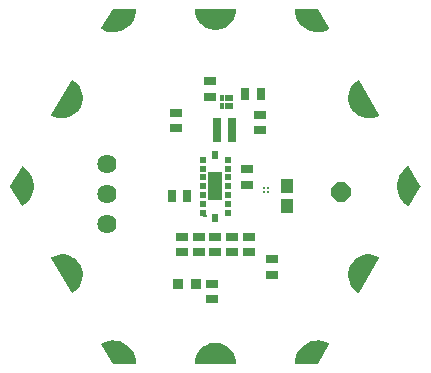
<source format=gbr>
G04 EAGLE Gerber RS-274X export*
G75*
%MOMM*%
%FSLAX34Y34*%
%LPD*%
%INSoldermask Top*%
%IPPOS*%
%AMOC8*
5,1,8,0,0,1.08239X$1,22.5*%
G01*
%ADD10R,1.001600X0.801600*%
%ADD11R,1.101600X1.201600*%
%ADD12R,0.901600X0.901600*%
%ADD13P,1.759533X8X22.500000*%
%ADD14C,1.625600*%
%ADD15R,0.301600X0.201600*%
%ADD16R,0.616600X0.601600*%
%ADD17R,0.601600X0.636600*%
%ADD18R,1.301600X2.417600*%
%ADD19R,0.801600X1.001600*%
%ADD20C,0.309600*%
%ADD21R,0.381600X0.631600*%
%ADD22C,1.101600*%

G36*
X17029Y319D02*
X17029Y319D01*
X17058Y317D01*
X17125Y339D01*
X17195Y353D01*
X17219Y369D01*
X17247Y378D01*
X17300Y425D01*
X17359Y465D01*
X17375Y490D01*
X17397Y509D01*
X17428Y573D01*
X17466Y633D01*
X17471Y662D01*
X17483Y688D01*
X17492Y787D01*
X17499Y829D01*
X17496Y840D01*
X17498Y854D01*
X17266Y3652D01*
X17256Y3685D01*
X17252Y3733D01*
X16563Y6455D01*
X16548Y6486D01*
X16536Y6533D01*
X15408Y9104D01*
X15388Y9132D01*
X15369Y9177D01*
X13833Y11527D01*
X13809Y11552D01*
X13783Y11592D01*
X11881Y13658D01*
X11853Y13678D01*
X11820Y13714D01*
X9605Y15438D01*
X9574Y15454D01*
X9536Y15483D01*
X7066Y16820D01*
X7033Y16830D01*
X6991Y16853D01*
X5805Y17260D01*
X4351Y17759D01*
X4335Y17765D01*
X4301Y17769D01*
X4255Y17785D01*
X1486Y18247D01*
X1451Y18246D01*
X1404Y18254D01*
X-1404Y18254D01*
X-1438Y18247D01*
X-1486Y18247D01*
X-4255Y17785D01*
X-4288Y17772D01*
X-4335Y17765D01*
X-6991Y16853D01*
X-7021Y16835D01*
X-7066Y16820D01*
X-9536Y15483D01*
X-9562Y15461D01*
X-9605Y15438D01*
X-11820Y13714D01*
X-11843Y13687D01*
X-11881Y13658D01*
X-13783Y11592D01*
X-13801Y11563D01*
X-13833Y11527D01*
X-15369Y9177D01*
X-15382Y9144D01*
X-15408Y9104D01*
X-16536Y6533D01*
X-16543Y6499D01*
X-16546Y6493D01*
X-16552Y6484D01*
X-16553Y6478D01*
X-16563Y6455D01*
X-17252Y3733D01*
X-17254Y3698D01*
X-17266Y3652D01*
X-17498Y854D01*
X-17494Y825D01*
X-17499Y796D01*
X-17483Y727D01*
X-17474Y656D01*
X-17460Y631D01*
X-17453Y603D01*
X-17411Y545D01*
X-17376Y484D01*
X-17352Y466D01*
X-17335Y442D01*
X-17274Y406D01*
X-17217Y363D01*
X-17189Y356D01*
X-17164Y341D01*
X-17066Y324D01*
X-17025Y314D01*
X-17014Y316D01*
X-17000Y313D01*
X17000Y313D01*
X17029Y319D01*
G37*
G36*
X1438Y283378D02*
X1438Y283378D01*
X1486Y283378D01*
X4255Y283840D01*
X4288Y283853D01*
X4335Y283861D01*
X6991Y284772D01*
X7021Y284790D01*
X7066Y284805D01*
X9536Y286142D01*
X9562Y286164D01*
X9605Y286187D01*
X11820Y287911D01*
X11843Y287938D01*
X11881Y287967D01*
X13783Y290033D01*
X13801Y290062D01*
X13833Y290098D01*
X15369Y292448D01*
X15382Y292481D01*
X15408Y292521D01*
X16536Y295092D01*
X16543Y295126D01*
X16563Y295170D01*
X17252Y297892D01*
X17254Y297927D01*
X17266Y297973D01*
X17498Y300771D01*
X17494Y300800D01*
X17499Y300829D01*
X17483Y300898D01*
X17474Y300969D01*
X17460Y300994D01*
X17453Y301022D01*
X17411Y301080D01*
X17376Y301141D01*
X17352Y301159D01*
X17335Y301183D01*
X17274Y301219D01*
X17217Y301262D01*
X17189Y301269D01*
X17164Y301284D01*
X17066Y301301D01*
X17025Y301311D01*
X17014Y301309D01*
X17000Y301312D01*
X-17000Y301312D01*
X-17029Y301306D01*
X-17058Y301308D01*
X-17125Y301286D01*
X-17195Y301272D01*
X-17219Y301256D01*
X-17247Y301247D01*
X-17300Y301200D01*
X-17359Y301160D01*
X-17375Y301135D01*
X-17397Y301116D01*
X-17428Y301052D01*
X-17466Y300992D01*
X-17471Y300963D01*
X-17483Y300937D01*
X-17492Y300838D01*
X-17499Y300796D01*
X-17496Y300785D01*
X-17498Y300771D01*
X-17266Y297973D01*
X-17256Y297940D01*
X-17252Y297892D01*
X-16563Y295170D01*
X-16548Y295139D01*
X-16536Y295092D01*
X-15408Y292521D01*
X-15388Y292493D01*
X-15369Y292448D01*
X-13833Y290098D01*
X-13809Y290073D01*
X-13783Y290033D01*
X-11881Y287967D01*
X-11853Y287947D01*
X-11820Y287911D01*
X-9605Y286187D01*
X-9574Y286171D01*
X-9536Y286142D01*
X-7066Y284805D01*
X-7033Y284795D01*
X-6991Y284772D01*
X-4335Y283861D01*
X-4301Y283856D01*
X-4255Y283840D01*
X-1486Y283378D01*
X-1451Y283379D01*
X-1404Y283371D01*
X1404Y283371D01*
X1438Y283378D01*
G37*
G36*
X-121393Y60622D02*
X-121393Y60622D01*
X-121322Y60619D01*
X-121295Y60630D01*
X-121266Y60632D01*
X-121176Y60674D01*
X-121136Y60689D01*
X-121128Y60697D01*
X-121115Y60702D01*
X-118812Y62302D01*
X-118788Y62327D01*
X-118748Y62354D01*
X-116739Y64311D01*
X-116720Y64340D01*
X-116685Y64374D01*
X-115026Y66634D01*
X-115011Y66666D01*
X-114982Y66705D01*
X-113718Y69208D01*
X-113709Y69241D01*
X-113687Y69284D01*
X-112851Y71961D01*
X-112848Y71996D01*
X-112833Y72042D01*
X-112450Y74820D01*
X-112452Y74855D01*
X-112446Y74902D01*
X-112525Y77706D01*
X-112533Y77740D01*
X-112534Y77788D01*
X-113073Y80540D01*
X-113087Y80572D01*
X-113096Y80619D01*
X-114081Y83245D01*
X-114096Y83270D01*
X-114101Y83289D01*
X-114109Y83300D01*
X-114116Y83319D01*
X-115520Y85747D01*
X-115543Y85773D01*
X-115567Y85815D01*
X-117351Y87979D01*
X-117378Y88000D01*
X-117409Y88038D01*
X-119525Y89878D01*
X-119555Y89895D01*
X-119591Y89927D01*
X-121982Y91394D01*
X-122014Y91406D01*
X-122055Y91431D01*
X-124654Y92485D01*
X-124688Y92491D01*
X-124733Y92509D01*
X-127470Y93121D01*
X-127505Y93122D01*
X-127552Y93132D01*
X-130352Y93285D01*
X-130386Y93280D01*
X-130434Y93283D01*
X-133222Y92972D01*
X-133255Y92962D01*
X-133303Y92956D01*
X-136001Y92191D01*
X-136031Y92176D01*
X-136078Y92162D01*
X-138613Y90964D01*
X-138637Y90946D01*
X-138664Y90936D01*
X-138716Y90887D01*
X-138773Y90845D01*
X-138787Y90820D01*
X-138809Y90800D01*
X-138837Y90734D01*
X-138873Y90673D01*
X-138876Y90644D01*
X-138888Y90617D01*
X-138889Y90546D01*
X-138898Y90476D01*
X-138890Y90448D01*
X-138890Y90418D01*
X-138856Y90326D01*
X-138844Y90284D01*
X-138837Y90276D01*
X-138832Y90263D01*
X-121832Y60863D01*
X-121813Y60841D01*
X-121800Y60814D01*
X-121747Y60767D01*
X-121700Y60714D01*
X-121674Y60701D01*
X-121652Y60682D01*
X-121585Y60659D01*
X-121521Y60628D01*
X-121492Y60627D01*
X-121464Y60617D01*
X-121393Y60622D01*
G37*
G36*
X130386Y208345D02*
X130386Y208345D01*
X130434Y208343D01*
X133222Y208653D01*
X133255Y208663D01*
X133303Y208669D01*
X136001Y209434D01*
X136031Y209450D01*
X136078Y209463D01*
X138613Y210661D01*
X138637Y210679D01*
X138664Y210689D01*
X138716Y210738D01*
X138773Y210780D01*
X138787Y210805D01*
X138809Y210825D01*
X138837Y210891D01*
X138873Y210952D01*
X138876Y210981D01*
X138888Y211008D01*
X138889Y211079D01*
X138898Y211149D01*
X138890Y211177D01*
X138890Y211207D01*
X138856Y211299D01*
X138844Y211341D01*
X138837Y211350D01*
X138832Y211362D01*
X121832Y240762D01*
X121813Y240784D01*
X121800Y240811D01*
X121747Y240858D01*
X121700Y240911D01*
X121674Y240924D01*
X121652Y240943D01*
X121585Y240966D01*
X121521Y240997D01*
X121492Y240998D01*
X121464Y241008D01*
X121393Y241003D01*
X121322Y241006D01*
X121295Y240995D01*
X121266Y240993D01*
X121176Y240951D01*
X121136Y240936D01*
X121128Y240929D01*
X121115Y240923D01*
X118812Y239323D01*
X118788Y239298D01*
X118748Y239271D01*
X116739Y237314D01*
X116720Y237285D01*
X116685Y237251D01*
X115026Y234991D01*
X115011Y234959D01*
X114982Y234920D01*
X113718Y232417D01*
X113709Y232384D01*
X113687Y232341D01*
X112851Y229664D01*
X112848Y229629D01*
X112833Y229583D01*
X112450Y226805D01*
X112452Y226770D01*
X112446Y226723D01*
X112525Y223919D01*
X112533Y223885D01*
X112534Y223837D01*
X113073Y221085D01*
X113087Y221053D01*
X113096Y221006D01*
X114081Y218380D01*
X114099Y218351D01*
X114116Y218306D01*
X115520Y215878D01*
X115543Y215852D01*
X115567Y215810D01*
X117351Y213646D01*
X117378Y213625D01*
X117409Y213587D01*
X119525Y211747D01*
X119555Y211730D01*
X119591Y211698D01*
X121982Y210231D01*
X122014Y210219D01*
X122055Y210194D01*
X124654Y209140D01*
X124688Y209134D01*
X124733Y209116D01*
X127470Y208504D01*
X127505Y208503D01*
X127552Y208493D01*
X130352Y208340D01*
X130386Y208345D01*
G37*
G36*
X121426Y60623D02*
X121426Y60623D01*
X121497Y60623D01*
X121524Y60634D01*
X121553Y60637D01*
X121615Y60672D01*
X121680Y60699D01*
X121701Y60720D01*
X121726Y60734D01*
X121789Y60811D01*
X121819Y60841D01*
X121823Y60852D01*
X121832Y60863D01*
X138832Y90263D01*
X138841Y90290D01*
X138858Y90314D01*
X138873Y90384D01*
X138895Y90451D01*
X138893Y90480D01*
X138899Y90509D01*
X138886Y90579D01*
X138880Y90649D01*
X138867Y90675D01*
X138861Y90704D01*
X138821Y90763D01*
X138789Y90826D01*
X138766Y90845D01*
X138750Y90869D01*
X138668Y90926D01*
X138635Y90953D01*
X138625Y90956D01*
X138613Y90964D01*
X136078Y92162D01*
X136044Y92171D01*
X136001Y92191D01*
X133303Y92956D01*
X133268Y92959D01*
X133222Y92972D01*
X130434Y93283D01*
X130400Y93279D01*
X130352Y93285D01*
X127552Y93132D01*
X127518Y93123D01*
X127470Y93121D01*
X124733Y92509D01*
X124701Y92495D01*
X124654Y92485D01*
X122055Y91431D01*
X122026Y91412D01*
X121982Y91394D01*
X119591Y89927D01*
X119566Y89903D01*
X119525Y89878D01*
X117409Y88038D01*
X117388Y88010D01*
X117351Y87979D01*
X115567Y85815D01*
X115551Y85784D01*
X115520Y85747D01*
X114116Y83319D01*
X114105Y83287D01*
X114098Y83274D01*
X114088Y83259D01*
X114088Y83257D01*
X114081Y83245D01*
X113096Y80619D01*
X113090Y80585D01*
X113073Y80540D01*
X112534Y77788D01*
X112534Y77753D01*
X112525Y77706D01*
X112446Y74902D01*
X112452Y74868D01*
X112450Y74820D01*
X112833Y72042D01*
X112845Y72009D01*
X112851Y71961D01*
X113687Y69284D01*
X113704Y69254D01*
X113718Y69208D01*
X114982Y66705D01*
X115004Y66677D01*
X115026Y66634D01*
X116685Y64374D01*
X116711Y64350D01*
X116739Y64311D01*
X118748Y62354D01*
X118777Y62336D01*
X118812Y62302D01*
X121115Y60702D01*
X121142Y60691D01*
X121165Y60672D01*
X121233Y60652D01*
X121298Y60624D01*
X121327Y60624D01*
X121355Y60615D01*
X121426Y60623D01*
G37*
G36*
X-127552Y208493D02*
X-127552Y208493D01*
X-127518Y208502D01*
X-127470Y208504D01*
X-124733Y209116D01*
X-124701Y209130D01*
X-124654Y209140D01*
X-122055Y210194D01*
X-122026Y210213D01*
X-121982Y210231D01*
X-119591Y211698D01*
X-119566Y211722D01*
X-119525Y211747D01*
X-117409Y213587D01*
X-117388Y213615D01*
X-117351Y213646D01*
X-115567Y215810D01*
X-115551Y215841D01*
X-115520Y215878D01*
X-114116Y218306D01*
X-114105Y218338D01*
X-114081Y218380D01*
X-113096Y221006D01*
X-113090Y221040D01*
X-113073Y221085D01*
X-112534Y223837D01*
X-112534Y223872D01*
X-112525Y223919D01*
X-112446Y226723D01*
X-112452Y226757D01*
X-112450Y226805D01*
X-112833Y229583D01*
X-112845Y229616D01*
X-112851Y229664D01*
X-113687Y232341D01*
X-113704Y232371D01*
X-113718Y232417D01*
X-114982Y234920D01*
X-115004Y234948D01*
X-115026Y234991D01*
X-116685Y237251D01*
X-116711Y237275D01*
X-116739Y237314D01*
X-118748Y239271D01*
X-118777Y239289D01*
X-118812Y239323D01*
X-121115Y240923D01*
X-121142Y240934D01*
X-121165Y240953D01*
X-121233Y240973D01*
X-121298Y241001D01*
X-121327Y241001D01*
X-121355Y241010D01*
X-121426Y241002D01*
X-121497Y241002D01*
X-121524Y240991D01*
X-121553Y240988D01*
X-121615Y240953D01*
X-121680Y240926D01*
X-121701Y240905D01*
X-121726Y240891D01*
X-121789Y240814D01*
X-121819Y240784D01*
X-121823Y240773D01*
X-121832Y240762D01*
X-138832Y211362D01*
X-138841Y211335D01*
X-138858Y211311D01*
X-138873Y211241D01*
X-138895Y211174D01*
X-138893Y211145D01*
X-138899Y211116D01*
X-138886Y211046D01*
X-138880Y210976D01*
X-138867Y210950D01*
X-138861Y210921D01*
X-138821Y210862D01*
X-138789Y210799D01*
X-138766Y210780D01*
X-138750Y210756D01*
X-138668Y210699D01*
X-138635Y210672D01*
X-138625Y210669D01*
X-138613Y210661D01*
X-136078Y209463D01*
X-136044Y209454D01*
X-136001Y209434D01*
X-133303Y208669D01*
X-133268Y208666D01*
X-133222Y208653D01*
X-130434Y208343D01*
X-130400Y208346D01*
X-130352Y208340D01*
X-127552Y208493D01*
G37*
G36*
X163727Y133823D02*
X163727Y133823D01*
X163798Y133823D01*
X163825Y133834D01*
X163854Y133837D01*
X163916Y133873D01*
X163981Y133900D01*
X164002Y133921D01*
X164027Y133935D01*
X164090Y134012D01*
X164120Y134043D01*
X164124Y134053D01*
X164133Y134063D01*
X173633Y150563D01*
X173643Y150595D01*
X173652Y150608D01*
X173656Y150633D01*
X173657Y150636D01*
X173688Y150707D01*
X173688Y150730D01*
X173696Y150752D01*
X173690Y150829D01*
X173691Y150906D01*
X173681Y150930D01*
X173680Y150950D01*
X173659Y150990D01*
X173633Y151062D01*
X164133Y167562D01*
X164114Y167583D01*
X164101Y167610D01*
X164048Y167657D01*
X164001Y167711D01*
X163975Y167723D01*
X163954Y167743D01*
X163886Y167766D01*
X163822Y167797D01*
X163793Y167798D01*
X163766Y167807D01*
X163694Y167803D01*
X163623Y167806D01*
X163596Y167796D01*
X163567Y167794D01*
X163477Y167751D01*
X163437Y167737D01*
X163429Y167729D01*
X163416Y167723D01*
X160893Y165982D01*
X160869Y165957D01*
X160831Y165931D01*
X158619Y163807D01*
X158600Y163779D01*
X158566Y163747D01*
X156724Y161295D01*
X156710Y161265D01*
X156681Y161227D01*
X155256Y158512D01*
X155247Y158481D01*
X155231Y158456D01*
X155230Y158448D01*
X155225Y158439D01*
X154254Y155530D01*
X154250Y155496D01*
X154235Y155452D01*
X153743Y152426D01*
X153744Y152392D01*
X153736Y152346D01*
X153736Y149279D01*
X153737Y149276D01*
X153737Y149273D01*
X153743Y149247D01*
X153743Y149246D01*
X153743Y149199D01*
X154235Y146173D01*
X154247Y146141D01*
X154254Y146095D01*
X155225Y143186D01*
X155242Y143157D01*
X155256Y143113D01*
X156681Y140398D01*
X156703Y140371D01*
X156724Y140330D01*
X158566Y137878D01*
X158591Y137856D01*
X158619Y137818D01*
X160831Y135694D01*
X160859Y135676D01*
X160893Y135643D01*
X163416Y133902D01*
X163443Y133890D01*
X163465Y133872D01*
X163534Y133852D01*
X163599Y133824D01*
X163628Y133823D01*
X163656Y133815D01*
X163727Y133823D01*
G37*
G36*
X-163694Y133822D02*
X-163694Y133822D01*
X-163623Y133819D01*
X-163596Y133829D01*
X-163567Y133831D01*
X-163477Y133874D01*
X-163437Y133888D01*
X-163429Y133896D01*
X-163416Y133902D01*
X-160893Y135643D01*
X-160869Y135668D01*
X-160831Y135694D01*
X-158619Y137818D01*
X-158600Y137846D01*
X-158566Y137878D01*
X-156724Y140330D01*
X-156710Y140360D01*
X-156681Y140398D01*
X-155256Y143113D01*
X-155247Y143145D01*
X-155225Y143186D01*
X-154254Y146095D01*
X-154250Y146129D01*
X-154235Y146173D01*
X-153743Y149199D01*
X-153744Y149233D01*
X-153736Y149279D01*
X-153736Y152346D01*
X-153743Y152379D01*
X-153743Y152426D01*
X-154235Y155452D01*
X-154247Y155484D01*
X-154254Y155530D01*
X-155225Y158439D01*
X-155238Y158462D01*
X-155244Y158486D01*
X-155251Y158495D01*
X-155256Y158512D01*
X-156681Y161227D01*
X-156703Y161254D01*
X-156724Y161295D01*
X-158566Y163747D01*
X-158591Y163769D01*
X-158619Y163807D01*
X-160831Y165931D01*
X-160859Y165949D01*
X-160893Y165982D01*
X-163416Y167723D01*
X-163443Y167735D01*
X-163465Y167753D01*
X-163534Y167774D01*
X-163599Y167801D01*
X-163628Y167802D01*
X-163656Y167810D01*
X-163727Y167802D01*
X-163798Y167802D01*
X-163825Y167791D01*
X-163854Y167788D01*
X-163916Y167753D01*
X-163981Y167725D01*
X-164002Y167704D01*
X-164027Y167690D01*
X-164090Y167613D01*
X-164120Y167582D01*
X-164124Y167572D01*
X-164133Y167562D01*
X-173633Y151062D01*
X-173657Y150989D01*
X-173688Y150918D01*
X-173688Y150895D01*
X-173696Y150873D01*
X-173690Y150796D01*
X-173691Y150719D01*
X-173681Y150695D01*
X-173680Y150675D01*
X-173659Y150635D01*
X-173640Y150583D01*
X-173639Y150578D01*
X-173637Y150576D01*
X-173633Y150563D01*
X-164133Y134063D01*
X-164114Y134042D01*
X-164101Y134015D01*
X-164048Y133968D01*
X-164001Y133914D01*
X-163975Y133902D01*
X-163954Y133882D01*
X-163886Y133859D01*
X-163822Y133828D01*
X-163793Y133827D01*
X-163766Y133818D01*
X-163694Y133822D01*
G37*
G36*
X86676Y329D02*
X86676Y329D01*
X86754Y337D01*
X86773Y348D01*
X86795Y353D01*
X86859Y397D01*
X86927Y435D01*
X86943Y454D01*
X86959Y465D01*
X86983Y503D01*
X87033Y563D01*
X96533Y17063D01*
X96542Y17091D01*
X96558Y17114D01*
X96573Y17184D01*
X96596Y17252D01*
X96593Y17281D01*
X96599Y17309D01*
X96586Y17379D01*
X96580Y17450D01*
X96567Y17476D01*
X96561Y17504D01*
X96521Y17563D01*
X96488Y17627D01*
X96466Y17645D01*
X96450Y17669D01*
X96367Y17726D01*
X96335Y17753D01*
X96324Y17756D01*
X96314Y17764D01*
X93548Y19072D01*
X93515Y19080D01*
X93472Y19101D01*
X90532Y19948D01*
X90498Y19951D01*
X90454Y19964D01*
X87416Y20330D01*
X87382Y20327D01*
X87335Y20333D01*
X84278Y20206D01*
X84245Y20198D01*
X84198Y20196D01*
X81201Y19580D01*
X81170Y19567D01*
X81124Y19558D01*
X78264Y18470D01*
X78236Y18451D01*
X78192Y18435D01*
X75544Y16902D01*
X75518Y16879D01*
X75478Y16856D01*
X73110Y14918D01*
X73088Y14892D01*
X73052Y14862D01*
X71025Y12570D01*
X71009Y12540D01*
X70977Y12505D01*
X69345Y9917D01*
X69333Y9886D01*
X69308Y9846D01*
X68112Y7030D01*
X68105Y6996D01*
X68102Y6990D01*
X68098Y6983D01*
X68097Y6978D01*
X68086Y6953D01*
X67358Y3982D01*
X67356Y3948D01*
X67345Y3902D01*
X67102Y852D01*
X67106Y824D01*
X67101Y796D01*
X67118Y726D01*
X67126Y655D01*
X67141Y630D01*
X67147Y603D01*
X67190Y545D01*
X67226Y482D01*
X67248Y465D01*
X67265Y442D01*
X67327Y406D01*
X67384Y362D01*
X67412Y355D01*
X67436Y341D01*
X67536Y324D01*
X67577Y314D01*
X67587Y315D01*
X67600Y313D01*
X86600Y313D01*
X86676Y329D01*
G37*
G36*
X87369Y281298D02*
X87369Y281298D01*
X87416Y281295D01*
X90454Y281661D01*
X90486Y281671D01*
X90532Y281677D01*
X93472Y282524D01*
X93502Y282540D01*
X93548Y282553D01*
X96314Y283861D01*
X96336Y283878D01*
X96363Y283888D01*
X96415Y283937D01*
X96473Y283980D01*
X96487Y284005D01*
X96508Y284025D01*
X96537Y284090D01*
X96573Y284152D01*
X96576Y284181D01*
X96588Y284207D01*
X96589Y284279D01*
X96598Y284349D01*
X96590Y284377D01*
X96591Y284406D01*
X96555Y284500D01*
X96544Y284541D01*
X96537Y284549D01*
X96533Y284562D01*
X87033Y301062D01*
X86981Y301120D01*
X86935Y301183D01*
X86916Y301194D01*
X86901Y301211D01*
X86831Y301244D01*
X86764Y301284D01*
X86740Y301288D01*
X86722Y301297D01*
X86677Y301299D01*
X86600Y301312D01*
X67600Y301312D01*
X67572Y301306D01*
X67544Y301309D01*
X67476Y301286D01*
X67405Y301272D01*
X67382Y301256D01*
X67355Y301247D01*
X67300Y301200D01*
X67241Y301160D01*
X67226Y301136D01*
X67205Y301117D01*
X67173Y301053D01*
X67134Y300992D01*
X67129Y300964D01*
X67117Y300939D01*
X67108Y300837D01*
X67101Y300796D01*
X67103Y300786D01*
X67102Y300773D01*
X67345Y297723D01*
X67354Y297690D01*
X67358Y297643D01*
X68086Y294672D01*
X68101Y294641D01*
X68112Y294595D01*
X69308Y291779D01*
X69327Y291751D01*
X69345Y291708D01*
X70977Y289120D01*
X71001Y289095D01*
X71025Y289055D01*
X73052Y286763D01*
X73079Y286742D01*
X73110Y286707D01*
X75478Y284769D01*
X75508Y284753D01*
X75544Y284723D01*
X78192Y283190D01*
X78224Y283179D01*
X78264Y283155D01*
X81124Y282067D01*
X81157Y282061D01*
X81201Y282045D01*
X84198Y281429D01*
X84232Y281429D01*
X84278Y281419D01*
X87335Y281292D01*
X87369Y281298D01*
G37*
G36*
X-67572Y319D02*
X-67572Y319D01*
X-67544Y316D01*
X-67476Y339D01*
X-67405Y353D01*
X-67382Y369D01*
X-67355Y378D01*
X-67300Y425D01*
X-67241Y465D01*
X-67226Y489D01*
X-67205Y508D01*
X-67173Y572D01*
X-67134Y633D01*
X-67129Y661D01*
X-67117Y686D01*
X-67108Y788D01*
X-67101Y829D01*
X-67103Y839D01*
X-67102Y852D01*
X-67345Y3902D01*
X-67354Y3935D01*
X-67358Y3982D01*
X-68086Y6953D01*
X-68101Y6984D01*
X-68112Y7030D01*
X-69308Y9846D01*
X-69327Y9874D01*
X-69345Y9917D01*
X-70977Y12505D01*
X-71001Y12530D01*
X-71025Y12570D01*
X-73052Y14862D01*
X-73079Y14883D01*
X-73110Y14918D01*
X-75478Y16856D01*
X-75508Y16872D01*
X-75544Y16902D01*
X-78192Y18435D01*
X-78224Y18446D01*
X-78264Y18470D01*
X-81124Y19558D01*
X-81157Y19564D01*
X-81201Y19580D01*
X-84198Y20196D01*
X-84232Y20196D01*
X-84278Y20206D01*
X-87335Y20333D01*
X-87369Y20327D01*
X-87416Y20330D01*
X-90454Y19964D01*
X-90486Y19954D01*
X-90532Y19948D01*
X-93472Y19101D01*
X-93502Y19085D01*
X-93548Y19072D01*
X-96314Y17764D01*
X-96336Y17747D01*
X-96363Y17737D01*
X-96415Y17688D01*
X-96473Y17645D01*
X-96487Y17620D01*
X-96508Y17600D01*
X-96537Y17535D01*
X-96573Y17473D01*
X-96576Y17445D01*
X-96588Y17418D01*
X-96589Y17346D01*
X-96598Y17276D01*
X-96590Y17248D01*
X-96591Y17219D01*
X-96555Y17125D01*
X-96544Y17084D01*
X-96537Y17076D01*
X-96533Y17063D01*
X-87033Y563D01*
X-86981Y505D01*
X-86935Y442D01*
X-86916Y431D01*
X-86901Y414D01*
X-86831Y381D01*
X-86764Y341D01*
X-86740Y337D01*
X-86722Y328D01*
X-86677Y326D01*
X-86600Y313D01*
X-67600Y313D01*
X-67572Y319D01*
G37*
G36*
X-84278Y281419D02*
X-84278Y281419D01*
X-84245Y281427D01*
X-84198Y281429D01*
X-81201Y282045D01*
X-81170Y282058D01*
X-81124Y282067D01*
X-78264Y283155D01*
X-78236Y283174D01*
X-78192Y283190D01*
X-75544Y284723D01*
X-75518Y284746D01*
X-75478Y284769D01*
X-73110Y286707D01*
X-73088Y286733D01*
X-73052Y286763D01*
X-71025Y289055D01*
X-71009Y289085D01*
X-70977Y289120D01*
X-69345Y291708D01*
X-69333Y291740D01*
X-69308Y291779D01*
X-68112Y294595D01*
X-68105Y294629D01*
X-68086Y294672D01*
X-67358Y297643D01*
X-67356Y297677D01*
X-67345Y297723D01*
X-67102Y300773D01*
X-67106Y300801D01*
X-67101Y300829D01*
X-67118Y300899D01*
X-67126Y300970D01*
X-67141Y300995D01*
X-67147Y301022D01*
X-67190Y301080D01*
X-67226Y301143D01*
X-67248Y301160D01*
X-67265Y301183D01*
X-67327Y301219D01*
X-67384Y301263D01*
X-67412Y301270D01*
X-67436Y301284D01*
X-67536Y301301D01*
X-67577Y301311D01*
X-67587Y301310D01*
X-67600Y301312D01*
X-86600Y301312D01*
X-86676Y301296D01*
X-86754Y301288D01*
X-86773Y301277D01*
X-86795Y301272D01*
X-86859Y301228D01*
X-86927Y301190D01*
X-86943Y301171D01*
X-86959Y301160D01*
X-86983Y301122D01*
X-87033Y301062D01*
X-96533Y284562D01*
X-96542Y284534D01*
X-96558Y284511D01*
X-96573Y284441D01*
X-96596Y284373D01*
X-96593Y284345D01*
X-96599Y284316D01*
X-96586Y284246D01*
X-96580Y284175D01*
X-96567Y284149D01*
X-96561Y284121D01*
X-96521Y284062D01*
X-96488Y283998D01*
X-96466Y283980D01*
X-96450Y283956D01*
X-96367Y283899D01*
X-96335Y283872D01*
X-96324Y283869D01*
X-96314Y283861D01*
X-93548Y282553D01*
X-93515Y282545D01*
X-93472Y282524D01*
X-90532Y281677D01*
X-90498Y281674D01*
X-90454Y281661D01*
X-87416Y281295D01*
X-87382Y281298D01*
X-87335Y281292D01*
X-84278Y281419D01*
G37*
D10*
X26988Y152250D03*
X26988Y165250D03*
X47625Y76050D03*
X47625Y89050D03*
D11*
X60325Y151375D03*
X60325Y134375D03*
D12*
X-16313Y68263D03*
X-31313Y68263D03*
D13*
X106363Y146050D03*
D14*
X-92075Y169863D03*
X-92075Y144463D03*
X-92075Y119063D03*
D10*
X-3175Y55413D03*
X-3175Y68413D03*
X0Y108100D03*
X0Y95100D03*
X14288Y108100D03*
X14288Y95100D03*
X-14288Y108100D03*
X-14288Y95100D03*
X28575Y108100D03*
X28575Y95100D03*
D15*
X-9000Y125313D03*
D16*
X-10580Y128313D03*
X-10580Y135813D03*
X-10580Y143313D03*
X-10580Y150813D03*
X-10580Y158313D03*
X-10580Y165813D03*
X-10580Y173313D03*
D17*
X0Y124133D03*
D18*
X0Y150813D03*
D17*
X0Y177493D03*
D16*
X10580Y128313D03*
X10580Y135813D03*
X10580Y143313D03*
X10580Y150813D03*
X10580Y158313D03*
X10580Y165813D03*
X10580Y173313D03*
D10*
X-28575Y108100D03*
X-28575Y95100D03*
D19*
X1438Y203200D03*
X14438Y203200D03*
D10*
X-4763Y226863D03*
X-4763Y239863D03*
D20*
X40863Y149638D03*
X44863Y149638D03*
X40863Y145638D03*
X44863Y145638D03*
D21*
X5525Y218850D03*
X9525Y218850D03*
X13525Y218850D03*
X13525Y225650D03*
X9525Y225650D03*
X5525Y225650D03*
D10*
X38100Y198288D03*
X38100Y211288D03*
X-33338Y199875D03*
X-33338Y212875D03*
D19*
X-23663Y142875D03*
X-36663Y142875D03*
X1438Y193675D03*
X14438Y193675D03*
D22*
X82600Y293913D03*
X165200Y150813D03*
X82600Y7713D03*
X-82600Y7713D03*
X-165200Y150813D03*
X-82600Y293913D03*
X123900Y222313D03*
X123900Y79313D03*
X0Y7713D03*
X-123900Y79313D03*
X-123900Y222313D03*
X0Y293913D03*
D19*
X38250Y228600D03*
X25250Y228600D03*
M02*

</source>
